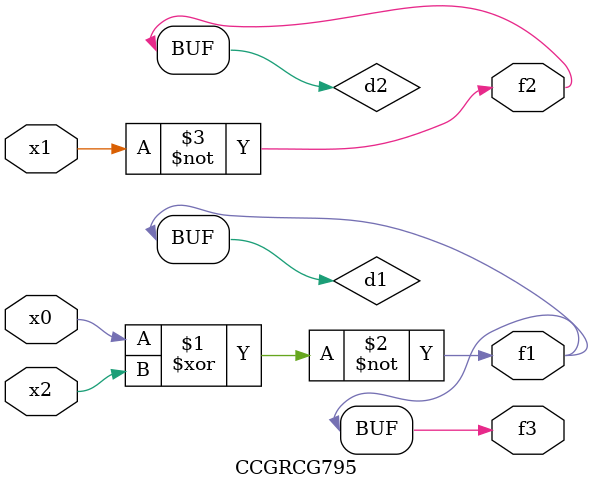
<source format=v>
module CCGRCG795(
	input x0, x1, x2,
	output f1, f2, f3
);

	wire d1, d2, d3;

	xnor (d1, x0, x2);
	nand (d2, x1);
	nor (d3, x1, x2);
	assign f1 = d1;
	assign f2 = d2;
	assign f3 = d1;
endmodule

</source>
